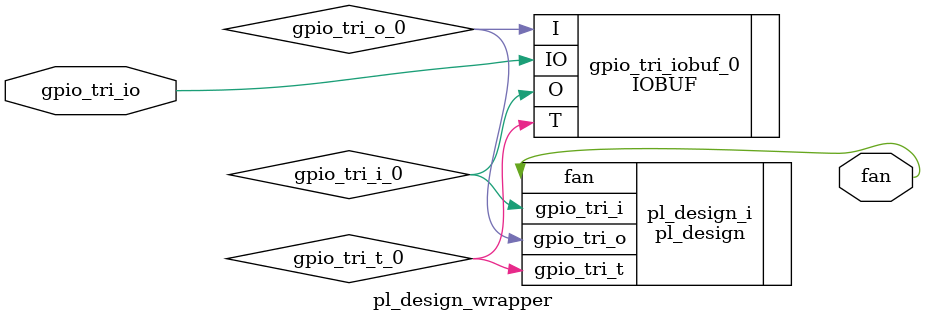
<source format=v>
`timescale 1 ps / 1 ps

module pl_design_wrapper
   (fan,
    gpio_tri_io);
  output [0:0]fan;
  inout [0:0]gpio_tri_io;

  wire [0:0]fan;
  wire [0:0]gpio_tri_i_0;
  wire [0:0]gpio_tri_io_0;
  wire [0:0]gpio_tri_o_0;
  wire [0:0]gpio_tri_t_0;

  IOBUF gpio_tri_iobuf_0
       (.I(gpio_tri_o_0),
        .IO(gpio_tri_io[0]),
        .O(gpio_tri_i_0),
        .T(gpio_tri_t_0));
  pl_design pl_design_i
       (.fan(fan),
        .gpio_tri_i(gpio_tri_i_0),
        .gpio_tri_o(gpio_tri_o_0),
        .gpio_tri_t(gpio_tri_t_0));
endmodule

</source>
